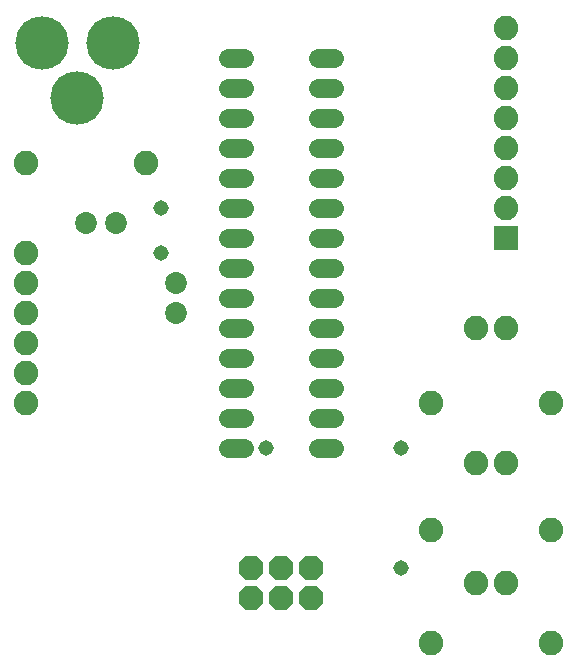
<source format=gbs>
G75*
%MOIN*%
%OFA0B0*%
%FSLAX24Y24*%
%IPPOS*%
%LPD*%
%AMOC8*
5,1,8,0,0,1.08239X$1,22.5*
%
%ADD10C,0.0730*%
%ADD11C,0.1780*%
%ADD12OC8,0.0820*%
%ADD13R,0.0820X0.0820*%
%ADD14C,0.0820*%
%ADD15C,0.0640*%
%ADD16C,0.0516*%
D10*
X008000Y012680D03*
X008000Y013680D03*
X006000Y015680D03*
X005000Y015680D03*
D11*
X004713Y019830D03*
X005894Y021680D03*
X003531Y021680D03*
D12*
X010500Y004180D03*
X010500Y003180D03*
X011500Y003180D03*
X011500Y004180D03*
X012500Y004180D03*
X012500Y003180D03*
D13*
X019000Y015180D03*
D14*
X003000Y009680D03*
X003000Y010680D03*
X003000Y011680D03*
X003000Y012680D03*
X003000Y013680D03*
X003000Y014680D03*
X003000Y017680D03*
X007000Y017680D03*
X016500Y009680D03*
X018000Y007680D03*
X019000Y007680D03*
X020500Y009680D03*
X019000Y012180D03*
X018000Y012180D03*
X019000Y016180D03*
X019000Y017180D03*
X019000Y018180D03*
X019000Y019180D03*
X019000Y020180D03*
X019000Y021180D03*
X019000Y022180D03*
X020500Y005430D03*
X019000Y003680D03*
X018000Y003680D03*
X016500Y005430D03*
X016500Y001680D03*
X020500Y001680D03*
D15*
X013280Y008180D02*
X012720Y008180D01*
X012720Y009180D02*
X013280Y009180D01*
X013280Y010180D02*
X012720Y010180D01*
X012720Y011180D02*
X013280Y011180D01*
X013280Y012180D02*
X012720Y012180D01*
X012720Y013180D02*
X013280Y013180D01*
X013280Y014180D02*
X012720Y014180D01*
X012720Y015180D02*
X013280Y015180D01*
X013280Y016180D02*
X012720Y016180D01*
X012720Y017180D02*
X013280Y017180D01*
X013280Y018180D02*
X012720Y018180D01*
X012720Y019180D02*
X013280Y019180D01*
X013280Y020180D02*
X012720Y020180D01*
X012720Y021180D02*
X013280Y021180D01*
X010280Y021180D02*
X009720Y021180D01*
X009720Y020180D02*
X010280Y020180D01*
X010280Y019180D02*
X009720Y019180D01*
X009720Y018180D02*
X010280Y018180D01*
X010280Y017180D02*
X009720Y017180D01*
X009720Y016180D02*
X010280Y016180D01*
X010280Y015180D02*
X009720Y015180D01*
X009720Y014180D02*
X010280Y014180D01*
X010280Y013180D02*
X009720Y013180D01*
X009720Y012180D02*
X010280Y012180D01*
X010280Y011180D02*
X009720Y011180D01*
X009720Y010180D02*
X010280Y010180D01*
X010280Y009180D02*
X009720Y009180D01*
X009720Y008180D02*
X010280Y008180D01*
D16*
X011000Y008180D03*
X015500Y008180D03*
X015500Y004180D03*
X007500Y014680D03*
X007500Y016180D03*
M02*

</source>
